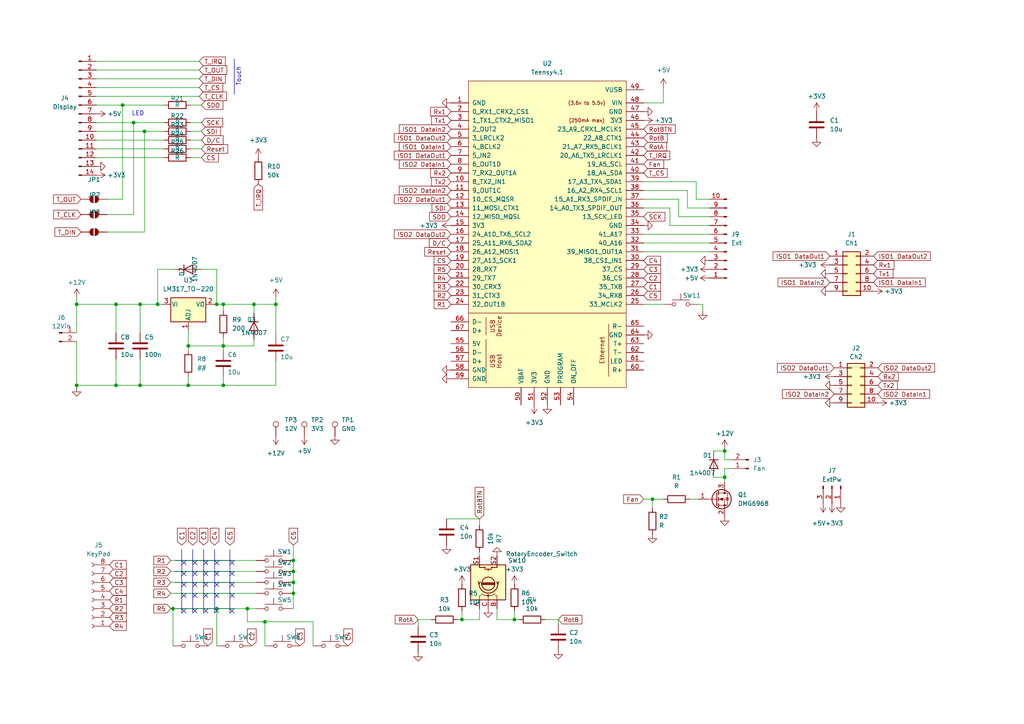
<source format=kicad_sch>
(kicad_sch (version 20231120) (generator "eeschema") (generator_version "8.0")
  (paper "A4")
  (junction (at 85.09 172.085))
  (junction (at 149.225 179.705))
  (junction (at 38.735 35.56))
  (junction (at 210.185 130.81))
  (junction (at 50.165 176.53))
  (junction (at 54.61 111.76))
  (junction (at 73.66 88.265))
  (junction (at 40.64 88.265))
  (junction (at 33.655 111.76))
  (junction (at 80.01 88.265))
  (junction (at 189.23 144.78))
  (junction (at 133.985 179.705))
  (junction (at 62.865 176.53))
  (junction (at 210.185 138.43))
  (junction (at 40.64 111.76))
  (junction (at 85.09 168.91))
  (junction (at 64.77 100.33))
  (junction (at 45.72 88.265))
  (junction (at 41.91 38.1))
  (junction (at 22.225 111.76))
  (junction (at 85.09 162.56))
  (junction (at 64.77 88.265))
  (junction (at 76.835 180.34))
  (junction (at 85.09 165.735))
  (junction (at 35.56 30.48))
  (junction (at 64.77 111.76))
  (junction (at 62.865 88.265))
  (junction (at 33.655 88.265))
  (junction (at 22.225 88.265))
  (junction (at 71.755 176.53))
  (junction (at 54.61 100.33))
  (no_connect (at 53.34 177.165))
  (no_connect (at 53.34 172.72))
  (no_connect (at 67.31 163.195))
  (no_connect (at 62.865 169.545))
  (no_connect (at 67.31 169.545))
  (no_connect (at 62.865 163.195))
  (no_connect (at 62.865 177.165))
  (no_connect (at 56.515 163.195))
  (no_connect (at 59.69 169.545))
  (no_connect (at 56.515 172.72))
  (no_connect (at 56.515 169.545))
  (no_connect (at 67.31 166.37))
  (no_connect (at 59.69 177.165))
  (no_connect (at 56.515 177.165))
  (no_connect (at 59.69 172.72))
  (no_connect (at 59.69 163.195))
  (no_connect (at 67.31 177.165))
  (no_connect (at 62.865 166.37))
  (no_connect (at 59.69 166.37))
  (no_connect (at 53.34 169.545))
  (no_connect (at 62.865 172.72))
  (no_connect (at 53.34 163.195))
  (no_connect (at 56.515 166.37))
  (no_connect (at 53.34 166.37))
  (no_connect (at 67.31 172.72))
  (polyline (pts (xy 55.88 159.385) (xy 55.88 177.8)))
  (wire (pts (xy 64.77 88.265) (xy 62.865 88.265)))
  (wire (pts (xy 57.785 17.78) (xy 27.94 17.78)))
  (wire (pts (xy 40.64 88.265) (xy 45.72 88.265)))
  (wire (pts (xy 50.165 176.53) (xy 50.165 187.325)))
  (wire (pts (xy 49.53 176.53) (xy 50.165 176.53)))
  (wire (pts (xy 85.09 176.53) (xy 85.09 172.085)))
  (wire (pts (xy 210.185 138.43) (xy 210.185 139.7)))
  (wire (pts (xy 203.835 90.17) (xy 203.835 88.265)))
  (polyline (pts (xy 66.675 162.56) (xy 67.945 162.56)))
  (wire (pts (xy 189.23 144.78) (xy 189.23 147.32)))
  (wire (pts (xy 90.805 187.325) (xy 90.805 180.34)))
  (wire (pts (xy 50.165 176.53) (xy 62.865 176.53)))
  (wire (pts (xy 149.225 179.705) (xy 150.495 179.705)))
  (polyline (pts (xy 50.8 176.53) (xy 63.5 176.53)))
  (wire (pts (xy 62.865 88.265) (xy 62.23 88.265)))
  (polyline (pts (xy 62.865 165.735) (xy 67.945 165.735)))
  (wire (pts (xy 194.31 65.405) (xy 205.74 65.405)))
  (wire (pts (xy 207.01 130.81) (xy 210.185 130.81)))
  (wire (pts (xy 22.225 86.36) (xy 22.225 88.265)))
  (wire (pts (xy 71.755 180.34) (xy 71.755 176.53)))
  (wire (pts (xy 207.01 138.43) (xy 210.185 138.43)))
  (wire (pts (xy 49.53 162.56) (xy 74.295 162.56)))
  (wire (pts (xy 22.225 111.76) (xy 33.655 111.76)))
  (wire (pts (xy 186.69 67.945) (xy 205.74 67.945)))
  (polyline (pts (xy 52.705 159.385) (xy 52.705 177.8)))
  (wire (pts (xy 80.01 111.76) (xy 64.77 111.76)))
  (wire (pts (xy 49.53 168.91) (xy 74.295 168.91)))
  (wire (pts (xy 186.69 70.485) (xy 205.74 70.485)))
  (wire (pts (xy 212.09 133.35) (xy 210.185 133.35)))
  (wire (pts (xy 64.77 88.265) (xy 73.66 88.265)))
  (wire (pts (xy 22.225 88.265) (xy 22.225 96.52)))
  (wire (pts (xy 144.145 176.53) (xy 144.145 179.705)))
  (polyline (pts (xy 50.8 172.085) (xy 63.5 172.085)))
  (wire (pts (xy 50.8 78.105) (xy 45.72 78.105)))
  (wire (pts (xy 54.61 100.33) (xy 64.77 100.33)))
  (wire (pts (xy 45.72 88.265) (xy 46.99 88.265)))
  (wire (pts (xy 196.85 57.785) (xy 186.69 57.785)))
  (wire (pts (xy 186.69 60.325) (xy 194.31 60.325)))
  (wire (pts (xy 212.09 135.89) (xy 210.185 135.89)))
  (wire (pts (xy 38.735 62.23) (xy 31.115 62.23)))
  (wire (pts (xy 71.755 176.53) (xy 74.295 176.53)))
  (wire (pts (xy 38.735 35.56) (xy 38.735 62.23)))
  (wire (pts (xy 200.025 144.78) (xy 202.565 144.78)))
  (wire (pts (xy 186.69 73.025) (xy 205.74 73.025)))
  (wire (pts (xy 80.01 104.775) (xy 80.01 111.76)))
  (wire (pts (xy 22.225 88.265) (xy 33.655 88.265)))
  (wire (pts (xy 85.09 168.91) (xy 85.09 165.735)))
  (wire (pts (xy 49.53 172.085) (xy 74.295 172.085)))
  (wire (pts (xy 85.09 165.735) (xy 85.09 162.56)))
  (wire (pts (xy 132.715 179.705) (xy 133.985 179.705)))
  (wire (pts (xy 22.225 111.76) (xy 22.225 99.06)))
  (wire (pts (xy 73.66 98.425) (xy 73.66 100.33)))
  (wire (pts (xy 192.405 88.265) (xy 186.69 88.265)))
  (wire (pts (xy 158.115 179.705) (xy 161.925 179.705)))
  (wire (pts (xy 186.69 55.245) (xy 199.39 55.245)))
  (wire (pts (xy 121.285 179.705) (xy 121.285 181.61)))
  (wire (pts (xy 186.69 144.78) (xy 189.23 144.78)))
  (wire (pts (xy 64.77 97.79) (xy 64.77 100.33)))
  (wire (pts (xy 64.77 90.17) (xy 64.77 88.265)))
  (wire (pts (xy 58.42 45.72) (xy 55.245 45.72)))
  (wire (pts (xy 62.865 78.105) (xy 62.865 88.265)))
  (wire (pts (xy 192.405 29.845) (xy 186.69 29.845)))
  (wire (pts (xy 84.455 165.735) (xy 85.09 165.735)))
  (wire (pts (xy 192.405 25.4) (xy 192.405 29.845)))
  (wire (pts (xy 84.455 168.91) (xy 85.09 168.91)))
  (wire (pts (xy 35.56 30.48) (xy 47.625 30.48)))
  (wire (pts (xy 22.225 112.395) (xy 22.225 111.76)))
  (wire (pts (xy 161.925 179.705) (xy 161.925 180.975)))
  (wire (pts (xy 84.455 172.085) (xy 85.09 172.085)))
  (polyline (pts (xy 63.5 168.91) (xy 67.945 168.91)))
  (polyline (pts (xy 50.8 168.91) (xy 63.5 168.91)))
  (wire (pts (xy 27.94 27.94) (xy 57.785 27.94)))
  (wire (pts (xy 40.64 96.52) (xy 40.64 88.265)))
  (wire (pts (xy 58.42 35.56) (xy 55.245 35.56)))
  (polyline (pts (xy 50.8 165.735) (xy 63.5 165.735)))
  (polyline (pts (xy 63.5 176.53) (xy 67.945 176.53)))
  (wire (pts (xy 58.42 43.18) (xy 55.245 43.18)))
  (wire (pts (xy 47.625 45.72) (xy 27.94 45.72)))
  (polyline (pts (xy 66.675 159.385) (xy 66.675 177.8)))
  (wire (pts (xy 58.42 40.64) (xy 55.245 40.64)))
  (wire (pts (xy 54.61 101.6) (xy 54.61 100.33)))
  (wire (pts (xy 38.735 35.56) (xy 47.625 35.56)))
  (wire (pts (xy 139.065 179.705) (xy 139.065 176.53)))
  (wire (pts (xy 139.065 150.495) (xy 139.065 152.4)))
  (wire (pts (xy 85.09 158.115) (xy 85.09 162.56)))
  (wire (pts (xy 41.91 38.1) (xy 41.91 67.31)))
  (wire (pts (xy 31.115 67.31) (xy 41.91 67.31)))
  (wire (pts (xy 41.91 38.1) (xy 47.625 38.1)))
  (wire (pts (xy 201.93 52.705) (xy 186.69 52.705)))
  (wire (pts (xy 54.61 111.76) (xy 64.77 111.76)))
  (wire (pts (xy 54.61 109.22) (xy 54.61 111.76)))
  (wire (pts (xy 76.835 180.34) (xy 71.755 180.34)))
  (wire (pts (xy 27.94 20.32) (xy 57.785 20.32)))
  (wire (pts (xy 199.39 60.325) (xy 205.74 60.325)))
  (wire (pts (xy 64.77 101.6) (xy 64.77 100.33)))
  (wire (pts (xy 210.185 135.89) (xy 210.185 138.43)))
  (polyline (pts (xy 62.23 159.385) (xy 62.23 177.8)))
  (wire (pts (xy 54.61 100.33) (xy 54.61 95.885)))
  (wire (pts (xy 73.66 88.265) (xy 73.66 90.805)))
  (wire (pts (xy 73.66 88.265) (xy 80.01 88.265)))
  (wire (pts (xy 199.39 55.245) (xy 199.39 60.325)))
  (wire (pts (xy 27.94 38.1) (xy 41.91 38.1)))
  (wire (pts (xy 129.54 150.495) (xy 139.065 150.495)))
  (wire (pts (xy 189.23 144.78) (xy 192.405 144.78)))
  (polyline (pts (xy 50.8 162.56) (xy 63.5 162.56)))
  (wire (pts (xy 205.74 62.865) (xy 196.85 62.865)))
  (wire (pts (xy 57.785 25.4) (xy 27.94 25.4)))
  (wire (pts (xy 33.655 104.14) (xy 33.655 111.76)))
  (wire (pts (xy 27.94 22.86) (xy 57.785 22.86)))
  (wire (pts (xy 85.09 172.085) (xy 85.09 168.91)))
  (wire (pts (xy 40.64 111.76) (xy 54.61 111.76)))
  (wire (pts (xy 80.01 86.36) (xy 80.01 88.265)))
  (wire (pts (xy 85.09 162.56) (xy 84.455 162.56)))
  (wire (pts (xy 73.66 100.33) (xy 64.77 100.33)))
  (wire (pts (xy 58.42 78.105) (xy 62.865 78.105)))
  (wire (pts (xy 76.835 187.325) (xy 76.835 180.34)))
  (wire (pts (xy 31.115 57.785) (xy 35.56 57.785)))
  (wire (pts (xy 210.185 130.81) (xy 210.185 130.175)))
  (wire (pts (xy 47.625 43.18) (xy 27.94 43.18)))
  (wire (pts (xy 33.655 88.265) (xy 33.655 96.52)))
  (wire (pts (xy 133.985 177.165) (xy 133.985 179.705)))
  (wire (pts (xy 58.42 30.48) (xy 55.245 30.48)))
  (wire (pts (xy 33.655 88.265) (xy 40.64 88.265)))
  (wire (pts (xy 125.095 179.705) (xy 121.285 179.705)))
  (wire (pts (xy 194.31 60.325) (xy 194.31 65.405)))
  (wire (pts (xy 27.94 35.56) (xy 38.735 35.56)))
  (wire (pts (xy 210.185 133.35) (xy 210.185 130.81)))
  (wire (pts (xy 84.455 176.53) (xy 85.09 176.53)))
  (wire (pts (xy 47.625 40.64) (xy 27.94 40.64)))
  (wire (pts (xy 196.85 62.865) (xy 196.85 57.785)))
  (wire (pts (xy 202.565 88.265) (xy 203.835 88.265)))
  (wire (pts (xy 205.74 57.785) (xy 201.93 57.785)))
  (wire (pts (xy 133.985 179.705) (xy 139.065 179.705)))
  (wire (pts (xy 35.56 30.48) (xy 35.56 57.785)))
  (wire (pts (xy 62.865 176.53) (xy 62.865 187.325)))
  (wire (pts (xy 90.805 180.34) (xy 76.835 180.34)))
  (wire (pts (xy 49.53 165.735) (xy 74.295 165.735)))
  (wire (pts (xy 149.225 177.165) (xy 149.225 179.705)))
  (wire (pts (xy 62.865 176.53) (xy 71.755 176.53)))
  (wire (pts (xy 64.77 109.22) (xy 64.77 111.76)))
  (polyline (pts (xy 63.5 162.56) (xy 66.675 162.56)))
  (wire (pts (xy 45.72 78.105) (xy 45.72 88.265)))
  (wire (pts (xy 58.42 38.1) (xy 55.245 38.1)))
  (polyline (pts (xy 59.055 159.385) (xy 59.055 177.8)))
  (wire (pts (xy 144.145 179.705) (xy 149.225 179.705)))
  (wire (pts (xy 80.01 97.155) (xy 80.01 88.265)))
  (wire (pts (xy 33.655 111.76) (xy 40.64 111.76)))
  (wire (pts (xy 27.94 30.48) (xy 35.56 30.48)))
  (polyline (pts (xy 63.5 172.085) (xy 67.945 172.085)))
  (wire (pts (xy 40.64 104.14) (xy 40.64 111.76)))
  (wire (pts (xy 201.93 57.785) (xy 201.93 52.705)))
  (polyline (pts (xy 67.945 17.145) (xy 67.945 27.305)))
  (wire (pts (xy 139.065 160.02) (xy 139.065 161.29)))
  (text "Touch" (at 69.215 22.225 90) (effects (font (size 1.27 1.27))))
  (text "LED" (at 40.005 33.02 0) (effects (font (size 1.27 1.27))))
  (global_label "RotBTN" (shape input) (at 186.69 37.465 0) (property "Intersheetrefs" "${INTERSHEET_REFS}" (effects (hide yes))))
  (global_label "R5" (shape input) (at 49.53 176.53 180) (property "Intersheetrefs" "${INTERSHEET_REFS}" (effects (hide yes))))
  (global_label "C4" (shape input) (at 100.965 187.325 90) (property "Intersheetrefs" "${INTERSHEET_REFS}" (effects (hide yes))))
  (global_label "R2" (shape input) (at 49.53 165.735 180) (property "Intersheetrefs" "${INTERSHEET_REFS}" (effects (hide yes))))
  (global_label "C2" (shape input) (at 31.75 166.37 0) (property "Intersheetrefs" "${INTERSHEET_REFS}" (effects (hide yes))))
  (global_label "RotA" (shape input) (at 186.69 42.545 0) (property "Intersheetrefs" "${INTERSHEET_REFS}" (effects (hide yes))))
  (global_label "T_CLK" (shape input) (at 57.785 27.94 0) (property "Intersheetrefs" "${INTERSHEET_REFS}" (effects (hide yes))))
  (global_label "R5" (shape input) (at 130.81 78.105 180) (property "Intersheetrefs" "${INTERSHEET_REFS}" (effects (hide yes))))
  (global_label "ISO1 DataOut1" (shape input) (at 130.81 45.085 180) (property "Intersheetrefs" "${INTERSHEET_REFS}" (effects (hide yes))))
  (global_label "RotBTN" (shape input) (at 139.065 150.495 90) (property "Intersheetrefs" "${INTERSHEET_REFS}" (effects (hide yes))))
  (global_label "ISO1 DataIn1" (shape input) (at 130.81 42.545 180) (property "Intersheetrefs" "${INTERSHEET_REFS}" (effects (hide yes))))
  (global_label "ISO1 DataIn1" (shape input) (at 253.365 81.915 0) (property "Intersheetrefs" "${INTERSHEET_REFS}" (effects (hide yes))))
  (global_label "Tx2" (shape input) (at 254.635 111.76 0) (property "Intersheetrefs" "${INTERSHEET_REFS}" (effects (hide yes))))
  (global_label "C5" (shape input) (at 186.69 85.725 0) (property "Intersheetrefs" "${INTERSHEET_REFS}" (effects (hide yes))))
  (global_label "R4" (shape input) (at 130.81 80.645 180) (property "Intersheetrefs" "${INTERSHEET_REFS}" (effects (hide yes))))
  (global_label "T_DIN" (shape input) (at 23.495 67.31 180) (property "Intersheetrefs" "${INTERSHEET_REFS}" (effects (hide yes))))
  (global_label "Rx2" (shape input) (at 254.635 109.22 0) (property "Intersheetrefs" "${INTERSHEET_REFS}" (effects (hide yes))))
  (global_label "SDO" (shape input) (at 130.81 62.865 180) (property "Intersheetrefs" "${INTERSHEET_REFS}" (effects (hide yes))))
  (global_label "C3" (shape input) (at 86.995 187.325 90) (property "Intersheetrefs" "${INTERSHEET_REFS}" (effects (hide yes))))
  (global_label "ISO1 DataOut2" (shape input) (at 130.81 40.005 180) (property "Intersheetrefs" "${INTERSHEET_REFS}" (effects (hide yes))))
  (global_label "T_DIN" (shape input) (at 57.785 22.86 0) (property "Intersheetrefs" "${INTERSHEET_REFS}" (effects (hide yes))))
  (global_label "Reset" (shape input) (at 58.42 43.18 0) (property "Intersheetrefs" "${INTERSHEET_REFS}" (effects (hide yes))))
  (global_label "SDO" (shape input) (at 58.42 30.48 0) (property "Intersheetrefs" "${INTERSHEET_REFS}" (effects (hide yes))))
  (global_label "ISO2 DataIn2" (shape input) (at 130.81 55.245 180) (property "Intersheetrefs" "${INTERSHEET_REFS}" (effects (hide yes))))
  (global_label "Tx2" (shape input) (at 130.81 52.705 180) (property "Intersheetrefs" "${INTERSHEET_REFS}" (effects (hide yes))))
  (global_label "SCK" (shape input) (at 58.42 35.56 0) (property "Intersheetrefs" "${INTERSHEET_REFS}" (effects (hide yes))))
  (global_label "ISO2 DataOut1" (shape input) (at 130.81 57.785 180) (property "Intersheetrefs" "${INTERSHEET_REFS}" (effects (hide yes))))
  (global_label "C4" (shape input) (at 186.69 75.565 0) (property "Intersheetrefs" "${INTERSHEET_REFS}" (effects (hide yes))))
  (global_label "SCK" (shape input) (at 186.69 62.865 0) (property "Intersheetrefs" "${INTERSHEET_REFS}" (effects (hide yes))))
  (global_label "R3" (shape input) (at 31.75 179.07 0) (property "Intersheetrefs" "${INTERSHEET_REFS}" (effects (hide yes))))
  (global_label "Tx1" (shape input) (at 130.81 34.925 180) (property "Intersheetrefs" "${INTERSHEET_REFS}" (effects (hide yes))))
  (global_label "Tx1" (shape input) (at 253.365 79.375 0) (property "Intersheetrefs" "${INTERSHEET_REFS}" (effects (hide yes))))
  (global_label "D{slash}C" (shape input) (at 130.81 70.485 180) (property "Intersheetrefs" "${INTERSHEET_REFS}" (effects (hide yes))))
  (global_label "Fan" (shape input) (at 186.69 47.625 0) (property "Intersheetrefs" "${INTERSHEET_REFS}" (effects (hide yes))))
  (global_label "T_CLK" (shape input) (at 23.495 62.23 180) (property "Intersheetrefs" "${INTERSHEET_REFS}" (effects (hide yes))))
  (global_label "T_OUT" (shape input) (at 23.495 57.785 180) (property "Intersheetrefs" "${INTERSHEET_REFS}" (effects (hide yes))))
  (global_label "R2" (shape input) (at 130.81 85.725 180) (property "Intersheetrefs" "${INTERSHEET_REFS}" (effects (hide yes))))
  (global_label "SDI" (shape input) (at 130.81 60.325 180) (property "Intersheetrefs" "${INTERSHEET_REFS}" (effects (hide yes))))
  (global_label "ISO2 DataIn1" (shape input) (at 254.635 114.3 0) (property "Intersheetrefs" "${INTERSHEET_REFS}" (effects (hide yes))))
  (global_label "T_IRQ" (shape input) (at 74.93 53.34 270) (property "Intersheetrefs" "${INTERSHEET_REFS}" (effects (hide yes))))
  (global_label "D{slash}C" (shape input) (at 58.42 40.64 0) (property "Intersheetrefs" "${INTERSHEET_REFS}" (effects (hide yes))))
  (global_label "RotB" (shape input) (at 186.69 40.005 0) (property "Intersheetrefs" "${INTERSHEET_REFS}" (effects (hide yes))))
  (global_label "C5" (shape input) (at 66.675 158.115 90) (property "Intersheetrefs" "${INTERSHEET_REFS}" (effects (hide yes))))
  (global_label "R3" (shape input) (at 130.81 83.185 180) (property "Intersheetrefs" "${INTERSHEET_REFS}" (effects (hide yes))))
  (global_label "C1" (shape input) (at 186.69 83.185 0) (property "Intersheetrefs" "${INTERSHEET_REFS}" (effects (hide yes))))
  (global_label "T_CS" (shape input) (at 186.69 50.165 0) (property "Intersheetrefs" "${INTERSHEET_REFS}" (effects (hide yes))))
  (global_label "T_IRQ" (shape input) (at 186.69 45.085 0) (property "Intersheetrefs" "${INTERSHEET_REFS}" (effects (hide yes))))
  (global_label "C3" (shape input) (at 59.055 158.115 90) (property "Intersheetrefs" "${INTERSHEET_REFS}" (effects (hide yes))))
  (global_label "Rx1" (shape input) (at 130.81 32.385 180) (property "Intersheetrefs" "${INTERSHEET_REFS}" (effects (hide yes))))
  (global_label "ISO2 DataOut2" (shape input) (at 130.81 67.945 180) (property "Intersheetrefs" "${INTERSHEET_REFS}" (effects (hide yes))))
  (global_label "Fan" (shape input) (at 186.69 144.78 180) (property "Intersheetrefs" "${INTERSHEET_REFS}" (effects (hide yes))))
  (global_label "C2" (shape input) (at 55.88 158.115 90) (property "Intersheetrefs" "${INTERSHEET_REFS}" (effects (hide yes))))
  (global_label "Rx1" (shape input) (at 253.365 76.835 0) (property "Intersheetrefs" "${INTERSHEET_REFS}" (effects (hide yes))))
  (global_label "C1" (shape input) (at 60.325 187.325 90) (property "Intersheetrefs" "${INTERSHEET_REFS}" (effects (hide yes))))
  (global_label "R1" (shape input) (at 49.53 162.56 180) (property "Intersheetrefs" "${INTERSHEET_REFS}" (effects (hide yes))))
  (global_label "Reset" (shape input) (at 130.81 73.025 180) (property "Intersheetrefs" "${INTERSHEET_REFS}" (effects (hide yes))))
  (global_label "R4" (shape input) (at 31.75 181.61 0) (property "Intersheetrefs" "${INTERSHEET_REFS}" (effects (hide yes))))
  (global_label "C2" (shape input) (at 186.69 80.645 0) (property "Intersheetrefs" "${INTERSHEET_REFS}" (effects (hide yes))))
  (global_label "ISO1 DataIn2" (shape input) (at 240.665 81.915 180) (property "Intersheetrefs" "${INTERSHEET_REFS}" (effects (hide yes))))
  (global_label "CS" (shape input) (at 130.81 75.565 180) (property "Intersheetrefs" "${INTERSHEET_REFS}" (effects (hide yes))))
  (global_label "RotB" (shape input) (at 161.925 179.705 0) (property "Intersheetrefs" "${INTERSHEET_REFS}" (effects (hide yes))))
  (global_label "C4" (shape input) (at 62.23 158.115 90) (property "Intersheetrefs" "${INTERSHEET_REFS}" (effects (hide yes))))
  (global_label "C1" (shape input) (at 52.705 158.115 90) (property "Intersheetrefs" "${INTERSHEET_REFS}" (effects (hide yes))))
  (global_label "R1" (shape input) (at 130.81 88.265 180) (property "Intersheetrefs" "${INTERSHEET_REFS}" (effects (hide yes))))
  (global_label "SDI" (shape input) (at 58.42 38.1 0) (property "Intersheetrefs" "${INTERSHEET_REFS}" (effects (hide yes))))
  (global_label "C4" (shape input) (at 31.75 171.45 0) (property "Intersheetrefs" "${INTERSHEET_REFS}" (effects (hide yes))))
  (global_label "Rx2" (shape input) (at 130.81 50.165 180) (property "Intersheetrefs" "${INTERSHEET_REFS}" (effects (hide yes))))
  (global_label "RotA" (shape input) (at 121.285 179.705 180) (property "Intersheetrefs" "${INTERSHEET_REFS}" (effects (hide yes))))
  (global_label "C3" (shape input) (at 31.75 168.91 0) (property "Intersheetrefs" "${INTERSHEET_REFS}" (effects (hide yes))))
  (global_label "T_OUT" (shape input) (at 57.785 20.32 0) (property "Intersheetrefs" "${INTERSHEET_REFS}" (effects (hide yes))))
  (global_label "ISO1 DataOut2" (shape input) (at 253.365 74.295 0) (property "Intersheetrefs" "${INTERSHEET_REFS}" (effects (hide yes))))
  (global_label "ISO1 DataIn2" (shape input) (at 130.81 37.465 180) (property "Intersheetrefs" "${INTERSHEET_REFS}" (effects (hide yes))))
  (global_label "C2" (shape input) (at 73.025 187.325 90) (property "Intersheetrefs" "${INTERSHEET_REFS}" (effects (hide yes))))
  (global_label "R2" (shape input) (at 31.75 176.53 0) (property "Intersheetrefs" "${INTERSHEET_REFS}" (effects (hide yes))))
  (global_label "C1" (shape input) (at 31.75 163.83 0) (property "Intersheetrefs" "${INTERSHEET_REFS}" (effects (hide yes))))
  (global_label "C3" (shape input) (at 186.69 78.105 0) (property "Intersheetrefs" "${INTERSHEET_REFS}" (effects (hide yes))))
  (global_label "ISO2 DataIn1" (shape input) (at 130.81 47.625 180) (property "Intersheetrefs" "${INTERSHEET_REFS}" (effects (hide yes))))
  (global_label "ISO2 DataOut1" (shape input) (at 241.935 106.68 180) (property "Intersheetrefs" "${INTERSHEET_REFS}" (effects (hide yes))))
  (global_label "R4" (shape input) (at 49.53 172.085 180) (property "Intersheetrefs" "${INTERSHEET_REFS}" (effects (hide yes))))
  (global_label "R3" (shape input) (at 49.53 168.91 180) (property "Intersheetrefs" "${INTERSHEET_REFS}" (effects (hide yes))))
  (global_label "T_IRQ" (shape input) (at 57.785 17.78 0) (property "Intersheetrefs" "${INTERSHEET_REFS}" (effects (hide yes))))
  (global_label "ISO1 DataOut1" (shape input) (at 240.665 74.295 180) (property "Intersheetrefs" "${INTERSHEET_REFS}" (effects (hide yes))))
  (global_label "ISO2 DataIn2" (shape input) (at 241.935 114.3 180) (property "Intersheetrefs" "${INTERSHEET_REFS}" (effects (hide yes))))
  (global_label "R1" (shape input) (at 31.75 173.99 0) (property "Intersheetrefs" "${INTERSHEET_REFS}" (effects (hide yes))))
  (global_label "ISO2 DataOut2" (shape input) (at 254.635 106.68 0) (property "Intersheetrefs" "${INTERSHEET_REFS}" (effects (hide yes))))
  (global_label "T_CS" (shape input) (at 57.785 25.4 0) (property "Intersheetrefs" "${INTERSHEET_REFS}" (effects (hide yes))))
  (global_label "CS" (shape input) (at 58.42 45.72 0) (property "Intersheetrefs" "${INTERSHEET_REFS}" (effects (hide yes))))
  (global_label "C5" (shape input) (at 85.09 158.115 90) (property "Intersheetrefs" "${INTERSHEET_REFS}" (effects (hide yes))))
  (symbol (lib_id "Switch:SW_Push") (at 67.945 187.325 0) (unit 1)
    (property "Reference" "SW7" (at 71.12 184.785 0))
    (property "Value" "SW_Push" (effects (hide yes)))
    (property "Footprint" "Library:Panel Push Btn" (effects (hide yes)))
    (property "Description" "Push button switch, generic, two pins" (effects (hide yes)))
  )
  (symbol (lib_id "power:GND") (at 186.69 97.155 90) (unit 1)
    (property "Reference" "#PWR037" (effects (hide yes)))
    (property "Value" "GND" (effects (hide yes)))
    (property "Description" "Power symbol creates a global label with name \"GND\" , ground" (effects (hide yes)))
  )
  (symbol (lib_id "power:GND") (at 241.935 116.84 270) (unit 1)
    (property "Reference" "#PWR012" (effects (hide yes)))
    (property "Value" "GND" (effects (hide yes)))
    (property "Description" "Power symbol creates a global label with name \"GND\" , ground" (effects (hide yes)))
  )
  (symbol (lib_id "Switch:SW_Push") (at 197.485 88.265 0) (unit 1)
    (property "Reference" "SW11" (at 200.66 85.725 0))
    (property "Value" "SW_Push" (effects (hide yes)))
    (property "Footprint" "Library:Panel Push Btn" (effects (hide yes)))
    (property "Description" "Push button switch, generic, two pins" (effects (hide yes)))
  )
  (symbol (lib_id "Connector:Conn_01x03_Pin") (at 241.3 140.97 270) (unit 1)
    (property "Reference" "J7" (at 241.3 136.525 90))
    (property "Value" "ExtPw" (at 241.3 139.065 90))
    (property "Footprint" "Connector_JST:JST_XH_B3B-XH-A_1x03_P2.50mm_Vertical" (effects (hide yes)))
    (property "Description" "Generic connector, single row, 01x03, script generated" (effects (hide yes)))
  )
  (symbol (lib_id "power:+3V3") (at 149.225 169.545 0) (unit 1)
    (property "Reference" "#PWR023" (effects (hide yes)))
    (property "Value" "+3V3" (at 149.225 165.1 0))
    (property "Description" "Power symbol creates a global label with name \"+3V3\"" (effects (hide yes)))
  )
  (symbol (lib_id "Device:C") (at 40.64 100.33 0) (unit 1)
    (property "Reference" "C5" (at 41.91 97.79 0) (effects (justify left)))
    (property "Value" "100n" (at 41.91 102.87 0) (effects (justify left)))
    (property "Footprint" "Capacitor_SMD:C_1206_3216Metric" (effects (hide yes)))
  )
  (symbol (lib_id "power:GND") (at 240.665 79.375 270) (unit 1)
    (property "Reference" "#PWR08" (effects (hide yes)))
    (property "Value" "GND" (effects (hide yes)))
    (property "Description" "Power symbol creates a global label with name \"GND\" , ground" (effects (hide yes)))
  )
  (symbol (lib_id "power:GND") (at 186.69 32.385 90) (unit 1)
    (property "Reference" "#PWR035" (effects (hide yes)))
    (property "Value" "GND" (effects (hide yes)))
    (property "Description" "Power symbol creates a global label with name \"GND\" , ground" (effects (hide yes)))
  )
  (symbol (lib_id "power:GND") (at 205.74 75.565 270) (unit 1)
    (property "Reference" "#PWR046" (effects (hide yes)))
    (property "Value" "GND" (effects (hide yes)))
    (property "Description" "Power symbol creates a global label with name \"GND\" , ground" (effects (hide yes)))
  )
  (symbol (lib_id "power:+5V") (at 88.265 126.365 180) (unit 1)
    (property "Reference" "#PWR030" (effects (hide yes)))
    (property "Value" "+5V" (at 88.265 130.81 0))
    (property "Description" "Power symbol creates a global label with name \"+5V\"" (effects (hide yes)))
  )
  (symbol (lib_id "Device:R") (at 149.225 173.355 180) (unit 1)
    (property "Reference" "R6" (at 151.13 172.0849 0) (effects (justify right)))
    (property "Value" "10k" (at 151.13 174.6249 0) (effects (justify right)))
    (property "Footprint" "Resistor_SMD:R_0603_1608Metric" (effects (hide yes)))
    (property "Description" "Resistor" (effects (hide yes)))
  )
  (symbol (lib_id "power:+5V") (at 205.74 80.645 90) (unit 1)
    (property "Reference" "#PWR048" (effects (hide yes)))
    (property "Value" "+5V" (at 202.565 80.6449 90) (effects (justify left)))
    (property "Description" "Power symbol creates a global label with name \"+5V\"" (effects (hide yes)))
  )
  (symbol (lib_id "Switch:SW_Push") (at 95.885 187.325 0) (unit 1)
    (property "Reference" "SW9" (at 99.06 184.785 0))
    (property "Value" "SW_Push" (effects (hide yes)))
    (property "Footprint" "Library:Panel Push Btn" (effects (hide yes)))
    (property "Description" "Push button switch, generic, two pins" (effects (hide yes)))
  )
  (symbol (lib_id "Device:C") (at 64.77 105.41 0) (unit 1)
    (property "Reference" "C6" (at 66.04 102.87 0) (effects (justify left)))
    (property "Value" "10u" (at 66.04 107.95 0) (effects (justify left)))
    (property "Footprint" "Capacitor_SMD:C_1206_3216Metric" (effects (hide yes)))
  )
  (symbol (lib_id "power:+3V3") (at 254.635 116.84 270) (unit 1)
    (property "Reference" "#PWR015" (effects (hide yes)))
    (property "Value" "+3V3" (at 257.81 116.8399 90) (effects (justify left)))
    (property "Description" "Power symbol creates a global label with name \"+3V3\"" (effects (hide yes)))
  )
  (symbol (lib_id "power:GND") (at 241.935 111.76 270) (unit 1)
    (property "Reference" "#PWR011" (effects (hide yes)))
    (property "Value" "GND" (effects (hide yes)))
    (property "Description" "Power symbol creates a global label with name \"GND\" , ground" (effects (hide yes)))
  )
  (symbol (lib_id "Connector:Conn_01x02_Pin") (at 17.145 96.52 0) (unit 1)
    (property "Reference" "J6" (at 17.78 92.075 0))
    (property "Value" "12Vin" (at 17.78 94.615 0))
    (property "Footprint" "Connector_JST:JST_XH_B2B-XH-A_1x02_P2.50mm_Vertical" (effects (hide yes)))
    (property "Description" "Generic connector, single row, 01x02, script generated" (effects (hide yes)))
  )
  (symbol (lib_id "Connector:TestPoint") (at 97.155 126.365 0) (unit 1)
    (property "Reference" "TP1" (at 99.06 121.7929 0) (effects (justify left)))
    (property "Value" "GND" (at 99.06 124.3329 0) (effects (justify left)))
    (property "Footprint" "Library:SMD Test Point PCWCTE" (effects (hide yes)))
    (property "Description" "test point" (effects (hide yes)))
  )
  (symbol (lib_id "Device:R") (at 51.435 45.72 90) (unit 1)
    (property "Reference" "R26" (at 51.435 43.815 90))
    (property "Value" "R" (at 51.435 45.72 90))
    (property "Footprint" "Resistor_SMD:R_0603_1608Metric" (effects (hide yes)))
    (property "Description" "Resistor" (effects (hide yes)))
  )
  (symbol (lib_id "power:GND") (at 130.81 107.315 270) (unit 1)
    (property "Reference" "#PWR038" (effects (hide yes)))
    (property "Value" "GND" (effects (hide yes)))
    (property "Description" "Power symbol creates a global label with name \"GND\" , ground" (effects (hide yes)))
  )
  (symbol (lib_id "Transistor_FET:DMG2302U") (at 207.645 144.78 0) (unit 1)
    (property "Reference" "Q1" (at 213.995 143.51 0) (effects (justify left)))
    (property "Value" "DMG6968" (at 213.995 146.05 0) (effects (justify left)))
    (property "Footprint" "Package_TO_SOT_SMD:SOT-23-3" (effects (hide yes)))
    (property "Datasheet" "http://www.diodes.com/assets/Datasheets/DMG2302U.pdf" (effects (hide yes)))
    (property "Description" "4.2A Id, 20V Vds, N-Channel MOSFET, SOT-23" (effects (hide yes)))
  )
  (symbol (lib_id "Device:R") (at 64.77 93.98 0) (unit 1)
    (property "Reference" "R9" (at 67.31 92.7099 0) (effects (justify left)))
    (property "Value" "200" (at 67.31 95.2499 0) (effects (justify left)))
    (property "Footprint" "Resistor_SMD:R_0603_1608Metric" (effects (hide yes)))
  )
  (symbol (lib_id "power:GND") (at 158.75 117.475 0) (unit 1)
    (property "Reference" "#PWR043" (effects (hide yes)))
    (property "Value" "GND" (effects (hide yes)))
    (property "Description" "Power symbol creates a global label with name \"GND\" , ground" (effects (hide yes)))
  )
  (symbol (lib_id "power:GND") (at 129.54 158.115 0) (unit 1)
    (property "Reference" "#PWR027" (effects (hide yes)))
    (property "Value" "GND" (effects (hide yes)))
    (property "Description" "Power symbol creates a global label with name \"GND\" , ground" (effects (hide yes)))
  )
  (symbol (lib_id "power:GND") (at 121.285 189.23 0) (unit 1)
    (property "Reference" "#PWR024" (effects (hide yes)))
    (property "Value" "GND" (effects (hide yes)))
    (property "Description" "Power symbol creates a global label with name \"GND\" , ground" (effects (hide yes)))
  )
  (symbol (lib_id "Device:C") (at 121.285 185.42 180) (unit 1)
    (property "Reference" "C3" (at 124.46 184.1499 0) (effects (justify right)))
    (property "Value" "10n" (at 124.46 186.6899 0) (effects (justify right)))
    (property "Footprint" "Capacitor_SMD:C_0603_1608Metric" (effects (hide yes)))
    (property "Description" "Unpolarized capacitor" (effects (hide yes)))
  )
  (symbol (lib_id "power:+12V") (at 80.01 126.365 180) (unit 1)
    (property "Reference" "#PWR032" (effects (hide yes)))
    (property "Value" "+12V" (at 80.01 131.445 0))
    (property "Description" "Power symbol creates a global label with name \"+12V\"" (effects (hide yes)))
  )
  (symbol (lib_id "Switch:SW_Push") (at 79.375 172.085 0) (unit 1)
    (property "Reference" "SW4" (at 82.55 169.545 0))
    (property "Value" "SW_Push" (effects (hide yes)))
    (property "Footprint" "Library:Panel Push Btn" (effects (hide yes)))
    (property "Description" "Push button switch, generic, two pins" (effects (hide yes)))
  )
  (symbol (lib_id "Device:R") (at 51.435 43.18 90) (unit 1)
    (property "Reference" "R25" (at 51.435 41.275 90))
    (property "Value" "R" (at 51.435 43.18 90))
    (property "Footprint" "Resistor_SMD:R_0603_1608Metric" (effects (hide yes)))
    (property "Description" "Resistor" (effects (hide yes)))
  )
  (symbol (lib_id "Device:D") (at 207.01 134.62 270) (unit 1)
    (property "Reference" "D1" (at 203.835 132.08 90) (effects (justify left)))
    (property "Value" "1n4007" (at 200.025 137.16 90) (effects (justify left)))
    (property "Footprint" "Diode_SMD:D_SOD-123F" (effects (hide yes)))
    (property "Description" "Diode" (effects (hide yes)))
    (property "Sim.Device" "D" (effects (hide yes)))
    (property "Sim.Pins" "1=K 2=A" (effects (hide yes)))
  )
  (symbol (lib_id "power:+12V") (at 22.225 86.36 0) (unit 1)
    (property "Reference" "#PWR029" (effects (hide yes)))
    (property "Value" "+12V" (at 22.225 81.915 0))
    (property "Description" "Power symbol creates a global label with name \"+12V\"" (effects (hide yes)))
  )
  (symbol (lib_id "Device:C") (at 236.855 36.195 0) (unit 1)
    (property "Reference" "C1" (at 240.665 34.9249 0) (effects (justify left)))
    (property "Value" "10u" (at 240.665 37.4649 0) (effects (justify left)))
    (property "Footprint" "Capacitor_SMD:C_1206_3216Metric" (effects (hide yes)))
    (property "Description" "Unpolarized capacitor" (effects (hide yes)))
  )
  (symbol (lib_id "Device:R") (at 189.23 151.13 180) (unit 1)
    (property "Reference" "R2" (at 191.135 149.8599 0) (effects (justify right)))
    (property "Value" "R" (at 191.135 152.3999 0) (effects (justify right)))
    (property "Footprint" "Resistor_SMD:R_0603_1608Metric" (effects (hide yes)))
    (property "Description" "Resistor" (effects (hide yes)))
  )
  (symbol (lib_id "power:+3V3") (at 154.94 117.475 180) (unit 1)
    (property "Reference" "#PWR044" (effects (hide yes)))
    (property "Value" "+3V3" (at 154.94 122.555 0))
    (property "Description" "Power symbol creates a global label with name \"+3V3\"" (effects (hide yes)))
  )
  (symbol (lib_id "power:GND") (at 130.81 109.855 270) (unit 1)
    (property "Reference" "#PWR039" (effects (hide yes)))
    (property "Value" "GND" (effects (hide yes)))
    (property "Description" "Power symbol creates a global label with name \"GND\" , ground" (effects (hide yes)))
  )
  (symbol (lib_id "Device:R") (at 51.435 30.48 90) (unit 1)
    (property "Reference" "R21" (at 51.435 28.575 90))
    (property "Value" "R" (at 51.435 30.48 90))
    (property "Footprint" "Resistor_SMD:R_0603_1608Metric" (effects (hide yes)))
    (property "Description" "Resistor" (effects (hide yes)))
  )
  (symbol (lib_id "Device:C") (at 129.54 154.305 0) (unit 1)
    (property "Reference" "C4" (at 133.35 153.0349 0) (effects (justify left)))
    (property "Value" "10n" (at 133.35 155.5749 0) (effects (justify left)))
    (property "Footprint" "Capacitor_SMD:C_0603_1608Metric" (effects (hide yes)))
    (property "Description" "Unpolarized capacitor" (effects (hide yes)))
  )
  (symbol (lib_id "power:+12V") (at 210.185 130.175 0) (unit 1)
    (property "Reference" "#PWR017" (effects (hide yes)))
    (property "Value" "+12V" (at 210.185 125.73 0))
    (property "Description" "Power symbol creates a global label with name \"+12V\"" (effects (hide yes)))
  )
  (symbol (lib_id "power:GND") (at 240.665 84.455 270) (unit 1)
    (property "Reference" "#PWR09" (effects (hide yes)))
    (property "Value" "GND" (effects (hide yes)))
    (property "Description" "Power symbol creates a global label with name \"GND\" , ground" (effects (hide yes)))
  )
  (symbol (lib_id "power:GND") (at 203.835 90.17 0) (unit 1)
    (property "Reference" "#PWR049" (effects (hide yes)))
    (property "Value" "GND" (effects (hide yes)))
    (property "Description" "Power symbol creates a global label with name \"GND\" , ground" (effects (hide yes)))
  )
  (symbol (lib_id "power:+5V") (at 80.01 86.36 0) (unit 1)
    (property "Reference" "#PWR020" (effects (hide yes)))
    (property "Value" "+5V" (at 80.01 81.2193 0))
    (property "Description" "Power symbol creates a global label with name \"+5V\"" (effects (hide yes)))
  )
  (symbol (lib_id "Diode:1N4007") (at 54.61 78.105 0) (mirror x) (unit 1)
    (property "Reference" "D2" (at 52.705 77.47 90) (effects (justify left)))
    (property "Value" "1N4007" (at 56.515 74.295 90) (effects (justify left)))
    (property "Footprint" "Diode_SMD:D_SOD-123F" (effects (hide yes)))
    (property "Datasheet" "http://www.vishay.com/docs/88503/1n4001.pdf" (effects (hide yes)))
    (property "Sim.Device" "D" (effects (hide yes)))
    (property "Sim.Pins" "1=K 2=A" (effects (hide yes)))
  )
  (symbol (lib_id "Connector:Conn_01x02_Pin") (at 217.17 135.89 180) (unit 1)
    (property "Reference" "J3" (at 218.44 133.3499 0) (effects (justify right)))
    (property "Value" "Fan" (at 218.44 135.8899 0) (effects (justify right)))
    (property "Footprint" "Connector_JST:JST_XH_B2B-XH-A_1x02_P2.50mm_Vertical" (effects (hide yes)))
    (property "Description" "Generic connector, single row, 01x02, script generated" (effects (hide yes)))
  )
  (symbol (lib_id "power:+3V3") (at 27.94 50.8 270) (unit 1)
    (property "Reference" "#PWR019" (effects (hide yes)))
    (property "Value" "+3V3" (at 31.115 50.7999 90) (effects (justify left)))
    (property "Description" "Power symbol creates a global label with name \"+3V3\"" (effects (hide yes)))
  )
  (symbol (lib_id "Switch:SW_Push") (at 55.245 187.325 0) (unit 1)
    (property "Reference" "SW6" (at 58.42 184.785 0))
    (property "Value" "SW_Push" (effects (hide yes)))
    (property "Footprint" "Library:Panel Push Btn" (effects (hide yes)))
    (property "Description" "Push button switch, generic, two pins" (effects (hide yes)))
  )
  (symbol (lib_id "Device:C") (at 161.925 184.785 180) (unit 1)
    (property "Reference" "C2" (at 165.1 183.5149 0) (effects (justify right)))
    (property "Value" "10n" (at 165.1 186.0549 0) (effects (justify right)))
    (property "Footprint" "Capacitor_SMD:C_0603_1608Metric" (effects (hide yes)))
    (property "Description" "Unpolarized capacitor" (effects (hide yes)))
  )
  (symbol (lib_id "Jumper:SolderJumper_2_Open") (at 27.305 62.23 0) (unit 1) (exclude_from_sim yes) (in_bom no)
    (property "Reference" "JP2" (at 27.305 56.515 0))
    (property "Value" "SolderJumper_2_Open" (effects (hide yes)))
    (property "Footprint" "Jumper:SolderJumper-2_P1.3mm_Open_TrianglePad1.0x1.5mm" (effects (hide yes)))
    (property "Description" "Solder Jumper, 2-pole, open" (effects (hide yes)))
  )
  (symbol (lib_id "Device:C") (at 80.01 100.965 0) (unit 1)
    (property "Reference" "C7" (at 81.28 98.425 0) (effects (justify left)))
    (property "Value" "10u" (at 81.28 103.505 0) (effects (justify left)))
    (property "Footprint" "Capacitor_SMD:C_1206_3216Metric" (effects (hide yes)))
  )
  (symbol (lib_id "Jumper:SolderJumper_2_Open") (at 27.305 67.31 0) (unit 1) (exclude_from_sim yes) (in_bom no)
    (property "Reference" "JP3" (at 27.305 61.595 0))
    (property "Value" "SolderJumper_2_Open" (effects (hide yes)))
    (property "Footprint" "Jumper:SolderJumper-2_P1.3mm_Open_TrianglePad1.0x1.5mm" (effects (hide yes)))
    (property "Description" "Solder Jumper, 2-pole, open" (effects (hide yes)))
  )
  (symbol (lib_id "Switch:SW_Push") (at 79.375 165.735 0) (unit 1)
    (property "Reference" "SW2" (at 82.55 163.195 0))
    (property "Value" "SW_Push" (effects (hide yes)))
    (property "Footprint" "Library:Panel Push Btn" (effects (hide yes)))
    (property "Description" "Push button switch, generic, two pins" (effects (hide yes)))
  )
  (symbol (lib_id "Diode:1N4007") (at 73.66 94.615 90) (mirror x) (unit 1)
    (property "Reference" "D3" (at 74.295 92.71 90) (effects (justify left)))
    (property "Value" "1N4007" (at 77.47 96.52 90) (effects (justify left)))
    (property "Footprint" "Diode_SMD:D_SOD-123F" (effects (hide yes)))
    (property "Datasheet" "http://www.vishay.com/docs/88503/1n4001.pdf" (effects (hide yes)))
    (property "Sim.Device" "D" (effects (hide yes)))
    (property "Sim.Pins" "1=K 2=A" (effects (hide yes)))
  )
  (symbol (lib_id "Switch:SW_Push") (at 81.915 187.325 0) (unit 1)
    (property "Reference" "SW8" (at 85.09 184.785 0))
    (property "Value" "SW_Push" (effects (hide yes)))
    (property "Footprint" "Library:Panel Push Btn" (effects (hide yes)))
    (property "Description" "Push button switch, generic, two pins" (effects (hide yes)))
  )
  (symbol (lib_id "power:GND") (at 97.155 126.365 0) (unit 1)
    (property "Reference" "#PWR031" (effects (hide yes)))
    (property "Value" "GND" (effects (hide yes)))
    (property "Description" "Power symbol creates a global label with name \"GND\" , ground" (effects (hide yes)))
  )
  (symbol (lib_id "power:GND") (at 236.855 40.005 0) (unit 1)
    (property "Reference" "#PWR06" (effects (hide yes)))
    (property "Value" "GND" (effects (hide yes)))
    (property "Description" "Power symbol creates a global label with name \"GND\" , ground" (effects (hide yes)))
  )
  (symbol (lib_id "power:+3V3") (at 205.74 78.105 90) (unit 1)
    (property "Reference" "#PWR047" (effects (hide yes)))
    (property "Value" "+3V3" (at 202.565 78.1049 90) (effects (justify left)))
    (property "Description" "Power symbol creates a global label with name \"+3V3\"" (effects (hide yes)))
  )
  (symbol (lib_id "power:+5V") (at 192.405 25.4 0) (unit 1)
    (property "Reference" "#PWR01" (effects (hide yes)))
    (property "Value" "+5V" (at 192.405 20.32 0))
    (property "Description" "Power symbol creates a global label with name \"+5V\"" (effects (hide yes)))
  )
  (symbol (lib_id "Device:R") (at 133.985 173.355 180) (unit 1)
    (property "Reference" "R5" (at 135.89 172.0849 0) (effects (justify right)))
    (property "Value" "10k" (at 135.89 174.6249 0) (effects (justify right)))
    (property "Footprint" "Resistor_SMD:R_0603_1608Metric" (effects (hide yes)))
    (property "Description" "Resistor" (effects (hide yes)))
  )
  (symbol (lib_id "Jumper:SolderJumper_2_Open") (at 27.305 57.785 0) (unit 1) (exclude_from_sim yes) (in_bom no)
    (property "Reference" "JP1" (at 27.305 52.07 0))
    (property "Value" "SolderJumper_2_Open" (effects (hide yes)))
    (property "Footprint" "Jumper:SolderJumper-2_P1.3mm_Open_TrianglePad1.0x1.5mm" (effects (hide yes)))
    (property "Description" "Solder Jumper, 2-pole, open" (effects (hide yes)))
  )
  (symbol (lib_id "power:GND") (at 144.145 161.29 180) (unit 1)
    (property "Reference" "#PWR026" (effects (hide yes)))
    (property "Value" "GND" (effects (hide yes)))
    (property "Description" "Power symbol creates a global label with name \"GND\" , ground" (effects (hide yes)))
  )
  (symbol (lib_id "power:+3V3") (at 241.935 109.22 90) (unit 1)
    (property "Reference" "#PWR014" (effects (hide yes)))
    (property "Value" "+3V3" (at 238.125 109.2199 90) (effects (justify left)))
    (property "Description" "Power symbol creates a global label with name \"+3V3\"" (effects (hide yes)))
  )
  (symbol (lib_id "Device:R") (at 51.435 35.56 90) (unit 1)
    (property "Reference" "R22" (at 51.435 33.655 90))
    (property "Value" "R" (at 51.435 35.56 90))
    (property "Footprint" "Resistor_SMD:R_0603_1608Metric" (effects (hide yes)))
    (property "Description" "Resistor" (effects (hide yes)))
  )
  (symbol (lib_id "Device:R") (at 128.905 179.705 90) (unit 1)
    (property "Reference" "R3" (at 128.905 173.99 90))
    (property "Value" "10k" (at 128.905 176.53 90))
    (property "Footprint" "Resistor_SMD:R_0603_1608Metric" (effects (hide yes)))
    (property "Description" "Resistor" (effects (hide yes)))
  )
  (symbol (lib_id "Device:RotaryEncoder_Switch") (at 141.605 168.91 90) (unit 1)
    (property "Reference" "SW10" (at 147.32 162.56 90) (effects (justify right)))
    (property "Value" "RotaryEncoder_Switch" (at 146.685 160.655 90) (effects (justify right)))
    (property "Footprint" "Rotary_Encoder:RotaryEncoder_Bourns_Vertical_PEC12R-3x17F-Sxxxx" (effects (hide yes)))
    (property "Description" "Rotary encoder, dual channel, incremental quadrate outputs, with switch" (effects (hide yes)))
  )
  (symbol (lib_id "teensy:Teensy4.1") (at 158.75 84.455 0) (unit 1)
    (property "Reference" "U2" (at 158.75 18.415 0))
    (property "Value" "Teensy4.1" (at 158.75 20.955 0))
    (property "Footprint" "teensy.pretty-master:Teensy41" (effects (hide yes)))
  )
  (symbol (lib_id "power:GND") (at 210.185 149.86 0) (unit 1)
    (property "Reference" "#PWR013" (effects (hide yes)))
    (property "Value" "GND" (effects (hide yes)))
    (property "Description" "Power symbol creates a global label with name \"GND\" , ground" (effects (hide yes)))
  )
  (symbol (lib_id "Connector:TestPoint") (at 80.01 126.365 0) (unit 1)
    (property "Reference" "TP3" (at 82.55 121.7929 0) (effects (justify left)))
    (property "Value" "12V" (at 82.55 124.3329 0) (effects (justify left)))
    (property "Footprint" "Library:SMD Test Point PCWCTE" (effects (hide yes)))
    (property "Description" "test point" (effects (hide yes)))
  )
  (symbol (lib_id "Connector_Generic:Conn_02x05_Odd_Even") (at 245.745 79.375 0) (unit 1)
    (property "Reference" "J1" (at 247.015 67.945 0))
    (property "Value" "Ch1" (at 247.015 70.485 0))
    (property "Footprint" "Connector_IDC:IDC-Header_2x05_P2.54mm_Vertical" (effects (hide yes)))
    (property "Description" "Generic connector, double row, 02x05, odd/even pin numbering scheme (row 1 odd numbers, row 2 even numbers), script generated (kicad-library-utils/schlib/autogen/connector/)" (effects (hide yes)))
  )
  (symbol (lib_id "power:GND") (at 189.23 154.94 0) (unit 1)
    (property "Reference" "#PWR016" (effects (hide yes)))
    (property "Value" "GND" (effects (hide yes)))
    (property "Description" "Power symbol creates a global label with name \"GND\" , ground" (effects (hide yes)))
  )
  (symbol (lib_id "power:+3V3") (at 74.93 45.72 0) (unit 1)
    (property "Reference" "#PWR02" (effects (hide yes)))
    (property "Value" "+3V3" (at 74.93 40.64 0))
    (property "Description" "Power symbol creates a global label with name \"+3V3\"" (effects (hide yes)))
  )
  (symbol (lib_id "power:GND") (at 161.925 188.595 0) (unit 1)
    (property "Reference" "#PWR025" (effects (hide yes)))
    (property "Value" "GND" (effects (hide yes)))
    (property "Description" "Power symbol creates a global label with name \"GND\" , ground" (effects (hide yes)))
  )
  (symbol (lib_id "Connector:Conn_01x08_Socket") (at 26.67 173.99 180) (unit 1)
    (property "Reference" "J5" (at 28.575 158.115 0))
    (property "Value" "KeyPad" (at 28.575 160.655 0))
    (property "Footprint" "Connector_PinSocket_2.54mm:PinSocket_1x08_P2.54mm_Vertical" (effects (hide yes)))
    (property "Description" "Generic connector, single row, 01x08, script generated" (effects (hide yes)))
  )
  (symbol (lib_id "power:+3V3") (at 186.69 34.925 270) (unit 1)
    (property "Reference" "#PWR041" (effects (hide yes)))
    (property "Value" "+3V3" (at 189.865 34.9249 90) (effects (justify left)))
    (property "Description" "Power symbol creates a global label with name \"+3V3\"" (effects (hide yes)))
  )
  (symbol (lib_id "Connector:TestPoint") (at 88.265 126.365 0) (unit 1)
    (property "Reference" "TP2" (at 90.17 121.7929 0) (effects (justify left)))
    (property "Value" "3V3" (at 90.17 124.3329 0) (effects (justify left)))
    (property "Footprint" "Library:SMD Test Point PCWCTE" (effects (hide yes)))
    (property "Description" "test point" (effects (hide yes)))
  )
  (symbol (lib_id "Connector_Generic:Conn_02x05_Odd_Even") (at 247.015 111.76 0) (unit 1)
    (property "Reference" "J2" (at 248.285 100.965 0))
    (property "Value" "Ch2" (at 248.285 103.505 0))
    (property "Footprint" "Connector_IDC:IDC-Header_2x05_P2.54mm_Vertical" (effects (hide yes)))
    (property "Description" "Generic connector, double row, 02x05, odd/even pin numbering scheme (row 1 odd numbers, row 2 even numbers), script generated (kicad-library-utils/schlib/autogen/connector/)" (effects (hide yes)))
  )
  (symbol (lib_id "Switch:SW_Push") (at 79.375 168.91 0) (unit 1)
    (property "Reference" "SW3" (at 82.55 166.37 0))
    (property "Value" "SW_Push" (effects (hide yes)))
    (property "Footprint" "Library:Panel Push Btn" (effects (hide yes)))
    (property "Description" "Push button switch, generic, two pins" (effects (hide yes)))
  )
  (symbol (lib_id "Device:R") (at 51.435 38.1 90) (unit 1)
    (property "Reference" "R23" (at 51.435 36.195 90))
    (property "Value" "R" (at 51.435 38.1 90))
    (property "Footprint" "Resistor_SMD:R_0603_1608Metric" (effects (hide yes)))
    (property "Description" "Resistor" (effects (hide yes)))
  )
  (symbol (lib_id "Device:R") (at 54.61 105.41 0) (unit 1)
    (property "Reference" "R8" (at 57.15 104.1399 0) (effects (justify left)))
    (property "Value" "##" (at 57.15 106.6799 0) (effects (justify left)))
    (property "Footprint" "Resistor_SMD:R_0603_1608Metric" (effects (hide yes)))
  )
  (symbol (lib_id "power:+3V3") (at 133.985 169.545 0) (unit 1)
    (property "Reference" "#PWR022" (effects (hide yes)))
    (property "Value" "+3V3" (at 133.985 165.1 0))
    (property "Description" "Power symbol creates a global label with name \"+3V3\"" (effects (hide yes)))
  )
  (symbol (lib_id "Device:R") (at 74.93 49.53 180) (unit 1)
    (property "Reference" "R10" (at 77.47 48.2599 0) (effects (justify right)))
    (property "Value" "50k" (at 77.47 50.7999 0) (effects (justify right)))
    (property "Footprint" "Resistor_SMD:R_0603_1608Metric" (effects (hide yes)))
    (property "Description" "Resistor" (effects (hide yes)))
  )
  (symbol (lib_id "power:GND") (at 22.225 112.395 0) (unit 1)
    (property "Reference" "#PWR028" (effects (hide yes)))
    (property "Value" "GND" (effects (hide yes)))
    (property "Description" "Power symbol creates a global label with name \"GND\" , ground" (effects (hide yes)))
  )
  (symbol (lib_id "Device:R") (at 139.065 156.21 0) (unit 1)
    (property "Reference" "R7" (at 144.78 156.21 90))
    (property "Value" "10k" (at 142.24 156.21 90))
    (property "Footprint" "Resistor_SMD:R_0603_1608Metric" (effects (hide yes)))
    (property "Description" "Resistor" (effects (hide yes)))
  )
  (symbol (lib_id "Device:R") (at 196.215 144.78 90) (unit 1)
    (property "Reference" "R1" (at 196.215 138.43 90))
    (property "Value" "R" (at 196.215 140.97 90))
    (property "Footprint" "Resistor_SMD:R_0603_1608Metric" (effects (hide yes)))
    (property "Description" "Resistor" (effects (hide yes)))
  )
  (symbol (lib_id "Device:R") (at 154.305 179.705 90) (unit 1)
    (property "Reference" "R4" (at 154.305 173.99 90))
    (property "Value" "10k" (at 154.305 176.53 90))
    (property "Footprint" "Resistor_SMD:R_0603_1608Metric" (effects (hide yes)))
    (property "Description" "Resistor" (effects (hide yes)))
  )
  (symbol (lib_id "power:GND") (at 27.94 48.26 90) (unit 1)
    (property "Reference" "#PWR018" (effects (hide yes)))
    (property "Value" "GND" (effects (hide yes)))
    (property "Description" "Power symbol creates a global label with name \"GND\" , ground" (effects (hide yes)))
  )
  (symbol (lib_id "power:+5V") (at 238.76 146.05 180) (unit 1)
    (property "Reference" "#PWR033" (effects (hide yes)))
    (property "Value" "+5V" (at 237.49 151.765 0))
    (property "Description" "Power symbol creates a global label with name \"+5V\"" (effects (hide yes)))
  )
  (symbol (lib_id "Connector:Conn_01x10_Pin") (at 210.82 70.485 180) (unit 1)
    (property "Reference" "J9" (at 212.09 67.9449 0) (effects (justify right)))
    (property "Value" "Ext" (at 212.09 70.4849 0) (effects (justify right)))
    (property "Footprint" "Connector_PinHeader_2.54mm:PinHeader_1x10_P2.54mm_Vertical" (effects (hide yes)))
    (property "Description" "Generic connector, single row, 01x10, script generated" (effects (hide yes)))
  )
  (symbol (lib_id "Switch:SW_Push") (at 79.375 176.53 0) (unit 1)
    (property "Reference" "SW5" (at 82.55 173.99 0))
    (property "Value" "SW_Push" (effects (hide yes)))
    (property "Footprint" "Library:Panel Push Btn" (effects (hide yes)))
    (property "Description" "Push button switch, generic, two pins" (effects (hide yes)))
  )
  (symbol (lib_id "power:+5V") (at 27.94 33.02 270) (unit 1)
    (property "Reference" "#PWR04" (effects (hide yes)))
    (property "Value" "+5V" (at 31.115 33.0199 90) (effects (justify left)))
    (property "Description" "Power symbol creates a global label with name \"+5V\"" (effects (hide yes)))
  )
  (symbol (lib_id "Device:R") (at 51.435 40.64 90) (unit 1)
    (property "Reference" "R24" (at 51.435 38.735 90))
    (property "Value" "R" (at 51.435 40.64 90))
    (property "Footprint" "Resistor_SMD:R_0603_1608Metric" (effects (hide yes)))
    (property "Description" "Resistor" (effects (hide yes)))
  )
  (symbol (lib_id "power:+3V3") (at 240.665 76.835 90) (unit 1)
    (property "Reference" "#PWR07" (effects (hide yes)))
    (property "Value" "+3V3" (at 236.855 76.8349 90) (effects (justify left)))
    (property "Description" "Power symbol creates a global label with name \"+3V3\"" (effects (hide yes)))
  )
  (symbol (lib_id "power:+3V3") (at 236.855 32.385 0) (unit 1)
    (property "Reference" "#PWR05" (effects (hide yes)))
    (property "Value" "+3V3" (at 236.855 27.94 0))
    (property "Description" "Power symbol creates a global label with name \"+3V3\"" (effects (hide yes)))
  )
  (symbol (lib_id "power:GND") (at 141.605 176.53 0) (unit 1)
    (property "Reference" "#PWR021" (effects (hide yes)))
    (property "Value" "GND" (effects (hide yes)))
    (property "Description" "Power symbol creates a global label with name \"GND\" , ground" (effects (hide yes)))
  )
  (symbol (lib_id "Regulator_Linear:LM317_TO-220") (at 54.61 88.265 0) (unit 1)
    (property "Reference" "U3" (at 54.61 81.28 0))
    (property "Value" "LM317_TO-220" (at 54.61 83.82 0))
    (property "Footprint" "Package_TO_SOT_THT:TO-220-3_Vertical" (effects (hide yes)))
    (property "Datasheet" "http://www.ti.com/lit/ds/symlink/lm317.pdf" (effects (hide yes)))
    (property "Description" "1.5A 35V Adjustable Linear Regulator, TO-220" (effects (hide yes)))
  )
  (symbol (lib_id "power:GND") (at 243.84 146.05 0) (unit 1)
    (property "Reference" "#PWR03" (effects (hide yes)))
    (property "Value" "GND" (effects (hide yes)))
    (property "Description" "Power symbol creates a global label with name \"GND\" , ground" (effects (hide yes)))
  )
  (symbol (lib_id "power:GND") (at 130.81 29.845 270) (unit 1)
    (property "Reference" "#PWR040" (effects (hide yes)))
    (property "Value" "GND" (effects (hide yes)))
    (property "Description" "Power symbol creates a global label with name \"GND\" , ground" (effects (hide yes)))
  )
  (symbol (lib_id "power:+3V3") (at 253.365 84.455 270) (unit 1)
    (property "Reference" "#PWR010" (effects (hide yes)))
    (property "Value" "+3V3" (at 256.54 84.4549 90) (effects (justify left)))
    (property "Description" "Power symbol creates a global label with name \"+3V3\"" (effects (hide yes)))
  )
  (symbol (lib_id "power:GND") (at 217.805 314.96 0) (unit 1)
    (property "Reference" "#PWR034" (effects (hide yes)))
    (property "Value" "GND" (effects (hide yes)))
    (property "Description" "Power symbol creates a global label with name \"GND\" , ground" (effects (hide yes)))
  )
  (symbol (lib_id "power:+3V3") (at 130.81 65.405 90) (unit 1)
    (property "Reference" "#PWR042" (effects (hide yes)))
    (property "Value" "+3V3" (at 127 65.4049 90) (effects (justify left)))
    (property "Description" "Power symbol creates a global label with name \"+3V3\"" (effects (hide yes)))
  )
  (symbol (lib_id "power:+3V3") (at 241.3 146.05 180) (unit 1)
    (property "Reference" "#PWR045" (effects (hide yes)))
    (property "Value" "+3V3" (at 241.935 151.765 0))
    (property "Description" "Power symbol creates a global label with name \"+3V3\"" (effects (hide yes)))
  )
  (symbol (lib_id "Switch:SW_Push") (at 79.375 162.56 0) (unit 1)
    (property "Reference" "SW1" (at 82.55 160.02 0))
    (property "Value" "SW_Push" (effects (hide yes)))
    (property "Footprint" "Library:Panel Push Btn" (effects (hide yes)))
    (property "Description" "Push button switch, generic, two pins" (effects (hide yes)))
  )
  (symbol (lib_id "Device:C") (at 33.655 100.33 0) (unit 1)
    (property "Reference" "C8" (at 34.925 97.79 0) (effects (justify left)))
    (property "Value" "10u" (at 34.925 102.87 0) (effects (justify left)))
    (property "Footprint" "Capacitor_SMD:C_1206_3216Metric" (effects (hide yes)))
  )
  (symbol (lib_id "Connector:Conn_01x14_Pin") (at 22.86 33.02 0) (unit 1)
    (property "Reference" "J4" (at 18.796 28.448 0))
    (property "Value" "Display" (at 18.796 30.988 0))
    (property "Footprint" "Connector_PinSocket_2.54mm:PinSocket_1x14_P2.54mm_Vertical" (effects (hide yes)))
    (property "Description" "Generic connector, single row, 01x14, script generated" (effects (hide yes)))
  )
  (symbol (lib_id "power:GND") (at 186.69 65.405 90) (unit 1)
    (property "Reference" "#PWR036" (effects (hide yes)))
    (property "Value" "GND" (effects (hide yes)))
    (property "Description" "Power symbol creates a global label with name \"GND\" , ground" (effects (hide yes)))
  )
)
</source>
